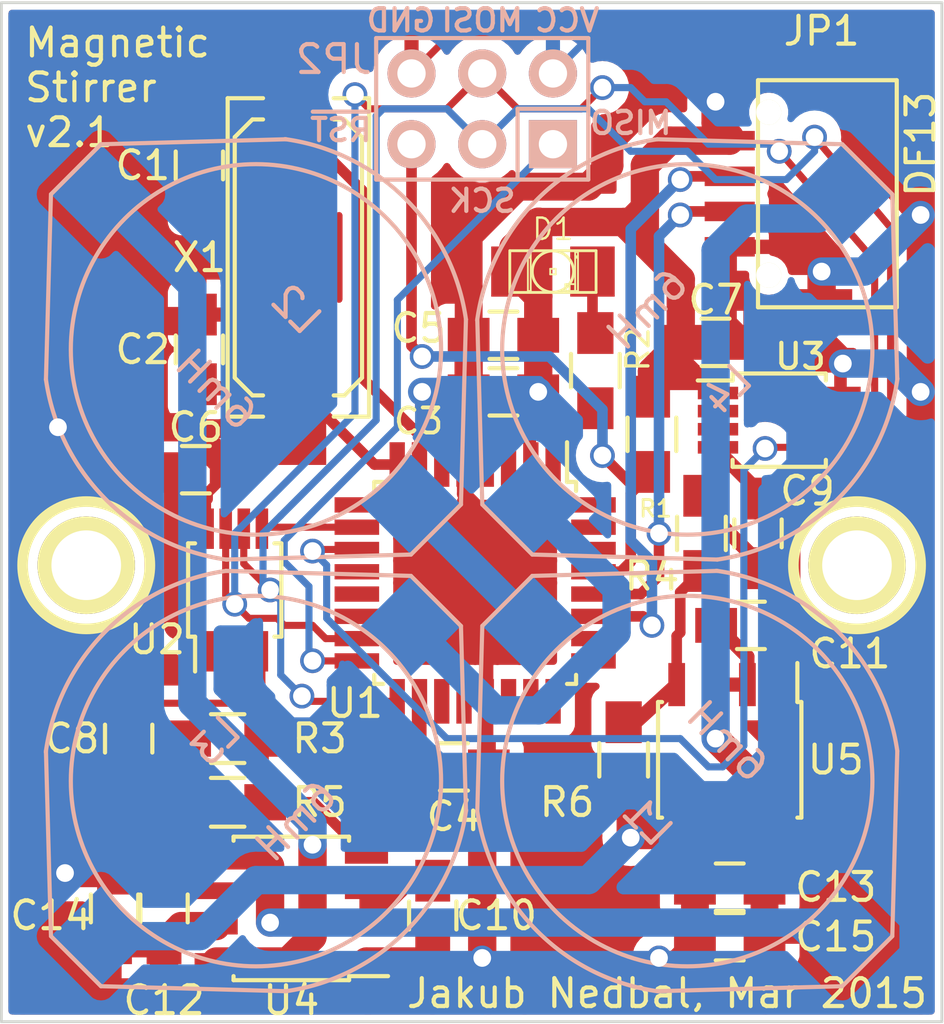
<source format=kicad_pcb>
(kicad_pcb (version 20221018) (generator pcbnew)
  (layers (0 "F.Cu" signal) (31 "B.Cu" signal) (34 "B.Paste" user) (35 "F.Paste" user) (36 "B.SilkS" user "B.Silkscreen") (37 "F.SilkS" user "F.Silkscreen") (38 "B.Mask" user) (39 "F.Mask" user) (44 "Edge.Cuts" user))
  (net 0 "")
  (net 1 "/MISO")
  (net 2 "/RESET")
  (net 3 "GND")
  (net 4 "VCC")
  (net 5 "Net-(C1-Pad1)")
  (net 6 "Net-(C2-Pad1)")
  (net 7 "Net-(D1-Pad2)")
  (net 8 "Net-(JP1-Pad2)")
  (net 9 "Net-(JP1-Pad3)")
  (net 10 "Net-(L1-Pad2)")
  (net 11 "Net-(L3-Pad2)")
  (net 12 "Net-(P1-Pad1)")
  (net 13 "Net-(P2-Pad1)")
  (net 14 "Net-(R2-Pad2)")
  (net 15 "Net-(U1-Pad1)")
  (net 16 "Net-(U2-Pad2)")
  (net 17 "Net-(U2-Pad3)")
  (net 18 "Net-(U3-Pad3)")
  (net 19 "Net-(U3-Pad2)")
  (net 20 "Net-(U1-Pad9)")
  (net 21 "Net-(U1-Pad12)")
  (net 22 "Net-(U1-Pad13)")
  (net 23 "Net-(U1-Pad14)")
  (net 24 "Net-(U1-Pad19)")
  (net 25 "Net-(U1-Pad20)")
  (net 26 "Net-(U1-Pad22)")
  (net 27 "Net-(U1-Pad23)")
  (net 28 "Net-(U1-Pad24)")
  (net 29 "Net-(U1-Pad25)")
  (net 30 "Net-(U1-Pad26)")
  (net 31 "Net-(U1-Pad30)")
  (net 32 "Net-(U1-Pad31)")
  (net 33 "Net-(U1-Pad32)")
  (net 34 "/powerModule_2_1/DACOUT1")
  (net 35 "/powerModule_2_1/AIN1")
  (net 36 "/powerModule_2_1/DACOUT2")
  (net 37 "/powerModule_2_1/AIN2")
  (net 38 "/powerModule_2_1/IN1+")
  (net 39 "/powerModule_2_1/IN2+")
  (net 40 "/powerModule_2_1/SCK")
  (net 41 "/powerModule_2_1/MOSI")
  (net 42 "/powerModule_2_1/L12_VO+")
  (net 43 "/powerModule_2_1/L12_VO-")
  (net 44 "/powerModule_2_1/L34_VO+")
  (net 45 "/powerModule_2_1/L34_VO-")
  (net 46 "/powerModule_2_1/IN1-")
  (net 47 "/powerModule_2_1/IN2-")
  (net 48 "/powerModule_2_1/~{CS_DAC1}")
  (net 49 "/powerModule_2_1/~{CS_DAC2}")
  (footprint "jakub:DF13-4P-1.25H" (layer "F.Cu") (at 106.68 69.85 -90)
    (fp_text reference "JP1")
    (fp_text value "DF13")
  )
  (footprint "Connect:1pin" (layer "F.Cu") (at 83.566 83.185)
    (fp_text reference "P2" hide)
    (fp_text value "CONN_1" hide)
  )
  (footprint "Housings_QFP:TQFP-32_7x7mm_Pitch0.8mm" (layer "F.Cu") (at 97.536 83.82 -90)
    (fp_text reference "U1")
    (fp_text value "ATMEGA328P" hide)
  )
  (footprint "Housings_SSOP:MSOP-8_3x3mm_Pitch0.65mm" (layer "F.Cu") (at 108.458 77.978)
    (fp_text reference "U3")
    (fp_text value "DAC101S101" hide)
  )
  (footprint "Housings_SOIC:SOIC-8_3.9x4.9mm_Pitch1.27mm" (layer "F.Cu") (at 106.68 90.17 -90)
    (fp_text reference "U5")
    (fp_text value "TPA301" hide)
  )
  (footprint "Capacitors_SMD:C_0805_HandSoldering" (layer "F.Cu") (at 87.63 68.834 -90)
    (fp_text reference "C1")
    (fp_text value "18p" hide)
  )
  (footprint "Capacitors_SMD:C_0805_HandSoldering" (layer "F.Cu") (at 87.63 75.438 90)
    (fp_text reference "C2")
    (fp_text value "18p" hide)
  )
  (footprint "Capacitors_SMD:C_0805_HandSoldering" (layer "F.Cu") (at 98.552 76.962 180)
    (fp_text reference "C3")
    (fp_text value "100n" hide)
  )
  (footprint "Capacitors_SMD:C_0805_HandSoldering" (layer "F.Cu") (at 96.774 90.424)
    (fp_text reference "C4")
    (fp_text value "100n" hide)
  )
  (footprint "Capacitors_SMD:C_0805_HandSoldering" (layer "F.Cu") (at 98.552 74.93 180)
    (fp_text reference "C5")
    (fp_text value "10u" hide)
  )
  (footprint "Capacitors_SMD:C_0805_HandSoldering" (layer "F.Cu") (at 87.503 79.756)
    (fp_text reference "C6")
    (fp_text value "100n" hide)
  )
  (footprint "Capacitors_SMD:C_0805_HandSoldering" (layer "F.Cu") (at 106.172 75.184)
    (fp_text reference "C7")
    (fp_text value "100n" hide)
  )
  (footprint "Capacitors_SMD:C_0805_HandSoldering" (layer "F.Cu") (at 85.09 89.408 -90)
    (fp_text reference "C8")
    (fp_text value "10u" hide)
  )
  (footprint "Capacitors_SMD:C_0805_HandSoldering" (layer "F.Cu") (at 107.696 82.042 -90)
    (fp_text reference "C9")
    (fp_text value "10u" hide)
  )
  (footprint "Capacitors_SMD:C_0805_HandSoldering" (layer "F.Cu") (at 96.012 95.758 -90)
    (fp_text reference "C10")
    (fp_text value "470n" hide)
  )
  (footprint "Capacitors_SMD:C_0805_HandSoldering" (layer "F.Cu") (at 107.442 85.344)
    (fp_text reference "C11")
    (fp_text value "470n" hide)
  )
  (footprint "Capacitors_SMD:C_0805_HandSoldering" (layer "F.Cu") (at 86.36 95.504 -90)
    (fp_text reference "C12")
    (fp_text value "100n" hide)
  )
  (footprint "Capacitors_SMD:C_0805_HandSoldering" (layer "F.Cu") (at 106.68 94.742)
    (fp_text reference "C13")
    (fp_text value "100n" hide)
  )
  (footprint "Capacitors_SMD:C_0805_HandSoldering" (layer "F.Cu") (at 84.582 95.504 -90)
    (fp_text reference "C14")
    (fp_text value "10u" hide)
  )
  (footprint "Capacitors_SMD:C_0805_HandSoldering" (layer "F.Cu") (at 106.68 96.52)
    (fp_text reference "C15")
    (fp_text value "10u" hide)
  )
  (footprint "LEDs:LED-1206" (layer "F.Cu") (at 100.33 72.644)
    (fp_text reference "D1")
    (fp_text value "LED 1206 yel" hide)
  )
  (footprint "Resistors_SMD:R_0805_HandSoldering" (layer "F.Cu") (at 103.886 78.486 -90)
    (fp_text reference "R1")
    (fp_text value "10k" hide)
  )
  (footprint "Resistors_SMD:R_0805_HandSoldering" (layer "F.Cu") (at 101.854 76.2 -90)
    (fp_text reference "R2")
    (fp_text value "470R" hide)
  )
  (footprint "Resistors_SMD:R_0805_HandSoldering" (layer "F.Cu") (at 88.646 89.408)
    (fp_text reference "R3")
    (fp_text value "33k" hide)
  )
  (footprint "Resistors_SMD:R_0805_HandSoldering" (layer "F.Cu") (at 105.664 82.042 -90)
    (fp_text reference "R4")
    (fp_text value "33k" hide)
  )
  (footprint "Resistors_SMD:R_0805_HandSoldering" (layer "F.Cu") (at 88.646 91.694 180)
    (fp_text reference "R5")
    (fp_text value "22k" hide)
  )
  (footprint "Resistors_SMD:R_0805_HandSoldering" (layer "F.Cu") (at 102.87 90.17 -90)
    (fp_text reference "R6")
    (fp_text value "22k" hide)
  )
  (footprint "Housings_SOIC:SOIC-8_3.9x4.9mm_Pitch1.27mm" (layer "F.Cu") (at 90.932 95.504 180)
    (fp_text reference "U4")
    (fp_text value "TPA301" hide)
  )
  (footprint "Housings_SSOP:MSOP-8_3x3mm_Pitch0.65mm" (layer "F.Cu") (at 88.9 84.074 90)
    (fp_text reference "U2")
    (fp_text value "DAC101S101" hide)
  )
  (footprint "Crystals_Oscillators_SMD:Q_49U3HMS" (layer "F.Cu") (at 91.186 72.136 -90)
    (fp_text reference "X1")
    (fp_text value "8.000MHz" hide)
  )
  (footprint "Connect:1pin" (layer "F.Cu") (at 111.252 83.185)
    (fp_text reference "P1" hide)
    (fp_text value "CONN_1" hide)
  )
  (footprint "jakub:6mH_coil" (layer "B.Cu") (at 105.156 75.438 -135)
    (fp_text reference "L4")
    (fp_text value "6mH")
  )
  (footprint "Pin_Headers:Pin_Header_Straight_2x03" (layer "B.Cu") (at 97.79 66.802 180)
    (fp_text reference "JP2")
    (fp_text value "CONN_3X2" hide)
  )
  (footprint "jakub:6mH_coil" (layer "B.Cu") (at 89.662 90.932 45)
    (fp_text reference "L3")
    (fp_text value "6mH")
  )
  (footprint "jakub:6mH_coil" (layer "B.Cu") (at 89.662 75.438 -45)
    (fp_text reference "L2")
    (fp_text value "6mH")
  )
  (footprint "jakub:6mH_coil" (layer "B.Cu") (at 105.156 90.932 135)
    (fp_text reference "L1")
    (fp_text value "6mH")
  )
  (gr_line (start 114.3 99.568) (end 80.518 99.568) (stroke (width 0.1)) (layer "Edge.Cuts"))
  (gr_line (start 80.518 62.992) (end 114.3 62.992) (stroke (width 0.1)) (layer "Edge.Cuts"))
  (gr_line (start 80.518 99.568) (end 80.518 62.992) (stroke (width 0.1)) (layer "Edge.Cuts"))
  (gr_line (start 114.3 62.992) (end 114.3 99.568) (stroke (width 0.1)) (layer "Edge.Cuts"))
  (gr_text "~{RST}" (at 92.71 67.564) (layer "B.SilkS") (effects (font (size 0.8 0.8)) (justify mirror)))
  (gr_text "VCC" (at 100.838 63.627) (layer "B.SilkS") (effects (font (size 0.8 0.8)) (justify mirror)))
  (gr_text "SCK" (at 97.79 70.104) (layer "B.SilkS") (effects (font (size 0.8 0.8)) (justify mirror)))
  (gr_text "MOSI" (at 97.79 63.627) (layer "B.SilkS") (effects (font (size 0.8 0.8)) (justify mirror)))
  (gr_text "MISO" (at 103.124 67.31) (layer "B.SilkS") (effects (font (size 0.8 0.8)) (justify mirror)))
  (gr_text "GND" (at 94.869 63.627) (layer "B.SilkS") (effects (font (size 0.8 0.8)) (justify mirror)))
  (gr_text "Jakub Nedbal, Mar 2015" (at 94.996 98.552) (layer "F.SilkS") (effects (font (size 1 1)) (justify left)))
  (gr_text "Magnetic\nStirrer\nv2.1" (at 81.28 66.04) (layer "F.SilkS") (effects (font (size 1 1)) (justify left)))
  (segment (start 92.704 86.62) (end 93.286 86.62) (width 0.254) (layer "F.Cu") (net 1))
  (segment (start 91.694 86.614) (end 91.7 86.62) (width 0.254) (layer "F.Cu") (net 1))
  (segment (start 91.7 86.62) (end 93.286 86.62) (width 0.254) (layer "F.Cu") (net 1))
  (via (at 91.694 86.614) (size 0.889) (drill 0.635) (layers "F.Cu" "B.Cu") (net 1))
  (segment (start 91.567 86.487) (end 91.694 86.614) (width 0.254) (layer "B.Cu") (net 1))
  (segment (start 90.678 82.296) (end 90.678 83.058) (width 0.254) (layer "B.Cu") (net 1))
  (segment (start 91.567 86.487) (end 91.567 83.947) (width 0.254) (layer "B.Cu") (net 1))
  (segment (start 91.567 86.487) (end 91.694 86.614) (width 0.254) (layer "B.Cu") (net 1))
  (segment (start 94.742 78.232) (end 91.313 81.661) (width 0.254) (layer "B.Cu") (net 1))
  (segment (start 94.742 73.66) (end 100.33 68.072) (width 0.254) (layer "B.Cu") (net 1))
  (segment (start 94.742 78.232) (end 94.742 73.66) (width 0.254) (layer "B.Cu") (net 1))
  (segment (start 90.678 83.058) (end 91.567 83.947) (width 0.254) (layer "B.Cu") (net 1))
  (segment (start 91.313 81.661) (end 90.678 82.296) (width 0.254) (layer "B.Cu") (net 1))
  (segment (start 102.762 83.42) (end 103.124 83.058) (width 0.381) (layer "F.Cu") (net 2))
  (segment (start 103.124 83.058) (end 103.124 80.598) (width 0.381) (layer "F.Cu") (net 2))
  (segment (start 103.124 80.598) (end 103.164 80.558) (width 0.381) (layer "F.Cu") (net 2))
  (segment (start 103.164 80.558) (end 103.886 79.836) (width 0.381) (layer "F.Cu") (net 2))
  (segment (start 103.164 80.304) (end 102.108 79.248) (width 0.381) (layer "F.Cu") (net 2))
  (segment (start 95.631 75.692) (end 95.25 75.311) (width 0.381) (layer "F.Cu") (net 2))
  (segment (start 95.25 75.311) (end 95.25 68.072) (width 0.381) (layer "F.Cu") (net 2))
  (segment (start 101.786 83.42) (end 102.762 83.42) (width 0.381) (layer "F.Cu") (net 2))
  (segment (start 103.164 80.558) (end 103.164 80.304) (width 0.381) (layer "F.Cu") (net 2))
  (via (at 95.631 75.692) (size 0.889) (drill 0.635) (layers "F.Cu" "B.Cu") (net 2))
  (via (at 102.108 79.248) (size 0.889) (drill 0.635) (layers "F.Cu" "B.Cu") (net 2))
  (segment (start 102.108 77.597) (end 100.203 75.692) (width 0.381) (layer "B.Cu") (net 2))
  (segment (start 100.203 75.692) (end 95.631 75.692) (width 0.381) (layer "B.Cu") (net 2))
  (segment (start 102.108 79.248) (end 102.108 77.597) (width 0.381) (layer "B.Cu") (net 2))
  (segment (start 86.36 96.754) (end 86.975 96.139) (width 0.508) (layer "F.Cu") (net 3))
  (segment (start 97.936 90.336) (end 98.024 90.424) (width 0.508) (layer "F.Cu") (net 3))
  (segment (start 107.315 94.127) (end 107.93 94.742) (width 0.508) (layer "F.Cu") (net 3))
  (segment (start 109.887 65.532) (end 109.98 65.625) (width 1.016) (layer "F.Cu") (net 3))
  (segment (start 110.073 65.532) (end 113.538 65.532) (width 1.016) (layer "F.Cu") (net 3))
  (segment (start 109.98 72.646) (end 109.982 72.644) (width 1.016) (layer "F.Cu") (net 3))
  (segment (start 113.538 70.612) (end 113.538 65.532) (width 1.016) (layer "F.Cu") (net 3))
  (segment (start 109.98 75.182) (end 110.744 75.946) (width 1.016) (layer "F.Cu") (net 3))
  (segment (start 110.744 76.917) (end 110.744 75.946) (width 0.254) (layer "F.Cu") (net 3))
  (segment (start 110.617 76.962) (end 109.728 76.962) (width 0.254) (layer "F.Cu") (net 3))
  (segment (start 109.093 71.755) (end 109.982 72.644) (width 0.508) (layer "F.Cu") (net 3))
  (segment (start 106.68 74.442) (end 107.422 75.184) (width 0.508) (layer "F.Cu") (net 3))
  (segment (start 109.2 76.962) (end 107.422 75.184) (width 0.254) (layer "F.Cu") (net 3))
  (segment (start 98.552 63.754) (end 102.362 63.754) (width 1.016) (layer "F.Cu") (net 3))
  (segment (start 97.536 81.026) (end 97.136 80.626) (width 0.508) (layer "F.Cu") (net 3))
  (segment (start 97.136 80.626) (end 97.136 79.57) (width 0.508) (layer "F.Cu") (net 3))
  (segment (start 98.736 80.588) (end 98.298 81.026) (width 0.508) (layer "F.Cu") (net 3))
  (segment (start 98.298 81.026) (end 97.536 81.026) (width 0.381) (layer "F.Cu") (net 3))
  (segment (start 97.136 77.128) (end 97.302 76.962) (width 0.381) (layer "F.Cu") (net 3))
  (segment (start 97.302 71.354) (end 97.536 71.12) (width 1) (layer "F.Cu") (net 3))
  (segment (start 97.536 71.12) (end 99.06 69.596) (width 1) (layer "F.Cu") (net 3))
  (segment (start 108.585 85.451) (end 108.692 85.344) (width 1.016) (layer "F.Cu") (net 3))
  (segment (start 107.95 96.54) (end 107.95 98.806) (width 1) (layer "F.Cu") (net 3))
  (segment (start 107.95 98.806) (end 99.314 98.806) (width 1.016) (layer "F.Cu") (net 3))
  (segment (start 98.044 98.806) (end 96.012 98.806) (width 1.016) (layer "F.Cu") (net 3))
  (segment (start 96.012 98.806) (end 93.726 98.806) (width 1.016) (layer "F.Cu") (net 3))
  (segment (start 95.611 97.409) (end 96.012 97.008) (width 1.016) (layer "F.Cu") (net 3))
  (segment (start 86.36 98.806) (end 86.36 98.552) (width 1.016) (layer "F.Cu") (net 3))
  (segment (start 86.36 98.552) (end 86.36 98.806) (width 1.016) (layer "F.Cu") (net 3))
  (segment (start 86.36 98.806) (end 81.28 98.806) (width 1.016) (layer "F.Cu") (net 3))
  (segment (start 86.975 96.139) (end 86.36 96.754) (width 1.016) (layer "F.Cu") (net 3))
  (segment (start 93.632 98.806) (end 93.726 98.712) (width 1.016) (layer "F.Cu") (net 3))
  (segment (start 93.726 98.712) (end 93.726 98.552) (width 1.016) (layer "F.Cu") (net 3))
  (segment (start 93.726 98.552) (end 93.726 98.806) (width 1.016) (layer "F.Cu") (net 3))
  (segment (start 93.726 98.806) (end 86.36 98.806) (width 1.016) (layer "F.Cu") (net 3))
  (segment (start 81.28 78.232) (end 81.28 80.772) (width 1.016) (layer "F.Cu") (net 3))
  (segment (start 87.925 80.584) (end 88.753 79.756) (width 0.381) (layer "F.Cu") (net 3))
  (segment (start 109.98 63.754) (end 109.982 63.756) (width 1.016) (layer "F.Cu") (net 3))
  (segment (start 109.982 63.756) (end 109.982 64.008) (width 1.016) (layer "F.Cu") (net 3))
  (segment (start 109.982 64.008) (end 109.982 63.754) (width 1.016) (layer "F.Cu") (net 3))
  (segment (start 109.982 63.754) (end 113.538 63.754) (width 1.016) (layer "F.Cu") (net 3))
  (segment (start 102.362 63.754) (end 103.632 63.754) (width 1.016) (layer "F.Cu") (net 3))
  (segment (start 99.314 91.714) (end 99.314 98.806) (width 1.016) (layer "F.Cu") (net 3))
  (segment (start 99.314 98.806) (end 98.044 98.806) (width 1.016) (layer "F.Cu") (net 3))
  (segment (start 111.486 88.138) (end 113.538 88.138) (width 1.016) (layer "F.Cu") (net 3))
  (segment (start 113.538 88.138) (end 113.538 98.806) (width 1.016) (layer "F.Cu") (net 3))
  (segment (start 81.28 76.2) (end 81.28 78.232) (width 1.016) (layer "F.Cu") (net 3))
  (segment (start 81.28 72.39) (end 81.28 74.422) (width 1.016) (layer "F.Cu") (net 3))
  (segment (start 81.28 74.93) (end 81.28 76.2) (width 1.016) (layer "F.Cu") (net 3))
  (segment (start 87.61 70.104) (end 81.28 70.104) (width 1.016) (layer "F.Cu") (net 3))
  (segment (start 81.28 70.104) (end 81.28 72.39) (width 1.016) (layer "F.Cu") (net 3))
  (segment (start 87.396 74.422) (end 81.28 74.422) (width 1.016) (layer "F.Cu") (net 3))
  (segment (start 81.28 74.422) (end 81.28 74.93) (width 1.016) (layer "F.Cu") (net 3))
  (segment (start 87.229 78.232) (end 84.582 78.232) (width 1.016) (layer "F.Cu") (net 3))
  (segment (start 84.582 78.232) (end 81.28 74.93) (width 1.016) (layer "F.Cu") (net 3))
  (segment (start 97.936 81.388) (end 98.298 81.026) (width 0.508) (layer "F.Cu") (net 3))
  (segment (start 95.25 63.754) (end 97.028 63.754) (width 1.016) (layer "F.Cu") (net 3))
  (segment (start 103.632 63.754) (end 109.982 63.754) (width 1.016) (layer "F.Cu") (net 3))
  (segment (start 103.632 66.548) (end 102.362 67.818) (width 1) (layer "F.Cu") (net 3))
  (segment (start 97.028 63.754) (end 98.552 63.754) (width 1.016) (layer "F.Cu") (net 3))
  (segment (start 102.362 68.841998) (end 101.607998 69.596) (width 1) (layer "F.Cu") (net 3))
  (segment (start 101.607998 69.596) (end 99.06 69.596) (width 1) (layer "F.Cu") (net 3))
  (segment (start 113.792 81.534) (end 113.792 84.582) (width 0.508) (layer "F.Cu") (net 3))
  (segment (start 113.792 84.582) (end 113.538 84.836) (width 0.508) (layer "F.Cu") (net 3))
  (segment (start 108.966 85.07) (end 108.966 81.788) (width 0.508) (layer "F.Cu") (net 3))
  (segment (start 108.966 81.788) (end 110.49 80.264) (width 0.508) (layer "F.Cu") (net 3))
  (segment (start 110.49 80.264) (end 113.538 80.264) (width 0.508) (layer "F.Cu") (net 3))
  (segment (start 113.538 80.264) (end 113.538 76.962) (width 1.016) (layer "F.Cu") (net 3))
  (segment (start 81.026 82.042) (end 81.026 84.328) (width 0.508) (layer "F.Cu") (net 3))
  (segment (start 81.026 84.328) (end 81.28 84.582) (width 0.508) (layer "F.Cu") (net 3))
  (segment (start 81.28 84.582) (end 81.28 98.806) (width 1.016) (layer "F.Cu") (net 3))
  (segment (start 81.28 80.772) (end 81.28 81.788) (width 1.016) (layer "F.Cu") (net 3))
  (segment (start 84.582 80.772) (end 85.852 82.042) (width 0.381) (layer "F.Cu") (net 3))
  (segment (start 85.852 82.042) (end 85.852 84.328) (width 0.381) (layer "F.Cu") (net 3))
  (segment (start 85.852 84.328) (end 84.328 85.852) (width 0.381) (layer "F.Cu") (net 3))
  (segment (start 97.936 88.07) (end 97.936 90.336) (width 0.508) (layer "F.Cu") (net 3))
  (segment (start 109.98 65.625) (end 110.073 65.532) (width 1.016) (layer "F.Cu") (net 3))
  (segment (start 113.538 81.28) (end 113.792 81.534) (width 0.508) (layer "F.Cu") (net 3))
  (segment (start 97.302 74.93) (end 97.302 71.354) (width 1) (layer "F.Cu") (net 3))
  (segment (start 81.28 81.788) (end 81.026 82.042) (width 0.508) (layer "F.Cu") (net 3))
  (segment (start 109.98 65.625) (end 109.98 63.754) (width 1.016) (layer "F.Cu") (net 3))
  (segment (start 107.93 96.52) (end 107.95 96.54) (width 1) (layer "F.Cu") (net 3))
  (segment (start 96.012 97.008) (end 96.012 98.806) (width 1.016) (layer "F.Cu") (net 3))
  (segment (start 84.582 96.754) (end 86.36 96.754) (width 1.016) (layer "F.Cu") (net 3))
  (segment (start 107.315 92.87) (end 107.315 94.127) (width 0.508) (layer "F.Cu") (net 3))
  (segment (start 109.728 76.962) (end 109.2 76.962) (width 0.254) (layer "F.Cu") (net 3))
  (segment (start 109.98 74.075) (end 109.98 75.182) (width 1.016) (layer "F.Cu") (net 3))
  (segment (start 113.538 88.138) (end 113.538 84.836) (width 1.016) (layer "F.Cu") (net 3))
  (segment (start 87.63 70.084) (end 87.61 70.104) (width 1.016) (layer "F.Cu") (net 3))
  (segment (start 93.632 97.409) (end 95.611 97.409) (width 1.016) (layer "F.Cu") (net 3))
  (segment (start 107.93 96.52) (end 107.93 94.742) (width 1) (layer "F.Cu") (net 3))
  (segment (start 106.68 71.755) (end 109.093 71.755) (width 0.508) (layer "F.Cu") (net 3))
  (segment (start 93.632 97.409) (end 93.632 98.806) (width 1.016) (layer "F.Cu") (net 3))
  (segment (start 102.362 67.818) (end 102.362 68.841998) (width 1) (layer "F.Cu") (net 3))
  (segment (start 81.28 63.754) (end 81.28 70.104) (width 1.016) (layer "F.Cu") (net 3))
  (segment (start 86.36 96.754) (end 86.36 98.806) (width 1.016) (layer "F.Cu") (net 3))
  (segment (start 95.25 65.532) (end 97.028 63.754) (width 0.254) (layer "F.Cu") (net 3))
  (segment (start 97.936 88.07) (end 97.936 81.388) (width 0.508) (layer "F.Cu") (net 3))
  (segment (start 110.658 77.003) (end 110.744 76.917) (width 0.254) (layer "F.Cu") (net 3))
  (segment (start 108.692 85.344) (end 108.966 85.07) (width 0.508) (layer "F.Cu") (net 3))
  (segment (start 103.632 66.548) (end 103.632 63.754) (width 1) (layer "F.Cu") (net 3))
  (segment (start 87.925 81.874) (end 87.925 80.813) (width 0.254) (layer "F.Cu") (net 3))
  (segment (start 113.538 70.612) (end 113.538 76.962) (width 1) (layer "F.Cu") (net 3))
  (segment (start 81.28 80.772) (end 84.582 80.772) (width 0.381) (layer "F.Cu") (net 3))
  (segment (start 98.736 79.57) (end 98.736 80.588) (width 0.508) (layer "F.Cu") (net 3))
  (segment (start 97.136 79.57) (end 97.136 77.128) (width 0.508) (layer "F.Cu") (net 3))
  (segment (start 88.753 79.756) (end 87.229 78.232) (width 1.016) (layer "F.Cu") (net 3))
  (segment (start 113.538 98.806) (end 107.95 98.806) (width 1.016) (layer "F.Cu") (net 3))
  (segment (start 108.692 85.344) (end 111.486 88.138) (width 1.016) (layer "F.Cu") (net 3))
  (segment (start 113.538 81.28) (end 113.538 80.264) (width 1.016) (layer "F.Cu") (net 3))
  (segment (start 81.28 63.754) (end 95.25 63.754) (width 1.016) (layer "F.Cu") (net 3))
  (segment (start 87.63 74.188) (end 87.396 74.422) (width 1.016) (layer "F.Cu") (net 3))
  (segment (start 97.302 74.93) (end 97.302 76.962) (width 1.016) (layer "F.Cu") (net 3))
  (segment (start 108.585 87.47) (end 108.585 85.451) (width 1.016) (layer "F.Cu") (net 3))
  (segment (start 87.925 80.813) (end 87.925 80.584) (width 0.381) (layer "F.Cu") (net 3))
  (segment (start 113.538 63.754) (end 113.538 70.612) (width 1.016) (layer "F.Cu") (net 3))
  (segment (start 110.658 77.003) (end 110.617 76.962) (width 0.254) (layer "F.Cu") (net 3))
  (segment (start 109.98 74.075) (end 109.98 72.646) (width 1.016) (layer "F.Cu") (net 3))
  (segment (start 98.024 90.424) (end 99.314 91.714) (width 1.016) (layer "F.Cu") (net 3))
  (segment (start 88.232 96.139) (end 86.975 96.139) (width 1.016) (layer "F.Cu") (net 3))
  (segment (start 106.68 71.755) (end 106.68 74.442) (width 0.508) (layer "F.Cu") (net 3))
  (via (at 110.744 75.946) (size 0.889) (drill 0.635) (layers "F.Cu" "B.Cu") (net 3))
  (via (at 109.982 72.644) (size 0.889) (drill 0.635) (layers "F.Cu" "B.Cu") (net 3))
  (via (at 113.538 76.962) (size 0.889) (drill 0.635) (layers "F.Cu" "B.Cu") (net 3))
  (via (at 113.538 70.612) (size 0.889) (drill 0.635) (layers "F.Cu" "B.Cu") (net 3))
  (segment (start 109.982 72.644) (end 111.506 72.644) (width 1.016) (layer "B.Cu") (net 3))
  (segment (start 111.506 72.644) (end 113.538 70.612) (width 1.016) (layer "B.Cu") (net 3))
  (segment (start 110.744 75.946) (end 112.522 75.946) (width 1.016) (layer "B.Cu") (net 3))
  (segment (start 112.522 75.946) (end 113.538 76.962) (width 1.016) (layer "B.Cu") (net 3))
  (segment (start 98.786 72.76814) (end 98.91014 72.644) (width 0.381) (layer "F.Cu") (net 4))
  (segment (start 86.36 94.254) (end 86.975 94.869) (width 0.508) (layer "F.Cu") (net 4))
  (segment (start 86.975 94.869) (end 88.232 94.869) (width 0.508) (layer "F.Cu") (net 4))
  (segment (start 95.536 90.412) (end 95.524 90.424) (width 0.508) (layer "F.Cu") (net 4))
  (segment (start 106.213 77.003) (end 105.918 76.708) (width 0.254) (layer "F.Cu") (net 4))
  (segment (start 104.922 75.712) (end 105.41 76.2) (width 0.508) (layer "F.Cu") (net 4))
  (segment (start 105.8545 76.6445) (end 105.918 76.708) (width 0.508) (layer "F.Cu") (net 4))
  (segment (start 104.3775 76.6445) (end 103.886 77.136) (width 0.508) (layer "F.Cu") (net 4))
  (segment (start 106.045 94.127) (end 105.43 94.742) (width 0.508) (layer "F.Cu") (net 4))
  (segment (start 104.521 67.945) (end 103.632 68.834) (width 1.016) (layer "F.Cu") (net 4))
  (segment (start 103.632 68.834) (end 103.632 70.358) (width 1.016) (layer "F.Cu") (net 4))
  (segment (start 103.632 71.628) (end 104.922 72.918) (width 1.016) (layer "F.Cu") (net 4))
  (segment (start 104.922 72.918) (end 104.922 75.184) (width 1.016) (layer "F.Cu") (net 4))
  (segment (start 103.886 76.22) (end 104.14 75.966) (width 1.016) (layer "F.Cu") (net 4))
  (segment (start 98.91014 71.77786) (end 99.822 70.866) (width 1.016) (layer "F.Cu") (net 4))
  (segment (start 99.822 70.866) (end 102.87 70.866) (width 1.016) (layer "F.Cu") (net 4))
  (segment (start 102.87 70.866) (end 103.632 71.628) (width 1.016) (layer "F.Cu") (net 4))
  (segment (start 103.124 70.866) (end 103.632 70.358) (width 1.016) (layer "F.Cu") (net 4))
  (segment (start 103.632 70.358) (end 103.632 71.628) (width 1.016) (layer "F.Cu") (net 4))
  (segment (start 96.336 78.302) (end 95.631002 77.597002) (width 0.508) (layer "F.Cu") (net 4))
  (segment (start 95.631002 77.597002) (end 95.631002 76.962) (width 0.508) (layer "F.Cu") (net 4))
  (segment (start 97.936 78.594) (end 99.568 76.962) (width 0.381) (layer "F.Cu") (net 4))
  (segment (start 99.568 76.962) (end 99.802 76.962) (width 0.381) (layer "F.Cu") (net 4))
  (segment (start 99.802 73.53586) (end 99.802 74.93) (width 1.016) (layer "F.Cu") (net 4))
  (segment (start 99.802 70.858002) (end 99.822 70.858002) (width 1.016) (layer "F.Cu") (net 4))
  (segment (start 99.822 70.858002) (end 99.822 70.866) (width 1.016) (layer "F.Cu") (net 4))
  (segment (start 99.822 70.866) (end 99.822 70.866) (width 1.016) (layer "F.Cu") (net 4))
  (segment (start 106.172 67.31) (end 106.68 67.818) (width 1.016) (layer "F.Cu") (net 4))
  (segment (start 106.172 67.31) (end 106.172 66.548) (width 1.016) (layer "F.Cu") (net 4))
  (segment (start 104.14 97.282) (end 104.668 97.282) (width 0.508) (layer "F.Cu") (net 4))
  (segment (start 104.668 97.282) (end 105.43 96.52) (width 0.508) (layer "F.Cu") (net 4))
  (segment (start 97.79 92.69) (end 97.79 97.282) (width 1.016) (layer "F.Cu") (net 4))
  (segment (start 82.804 94.234) (end 84.562 94.234) (width 1.016) (layer "F.Cu") (net 4))
  (segment (start 86.868 80.371) (end 86.868 85.344) (width 1.016) (layer "F.Cu") (net 4))
  (segment (start 87.63 86.106) (end 87.757 86.106) (width 0.254) (layer "F.Cu") (net 4))
  (segment (start 84.074002 79.756) (end 82.550002 78.232) (width 1.016) (layer "F.Cu") (net 4))
  (segment (start 105.41 76.2) (end 105.8545 76.6445) (width 0.508) (layer "F.Cu") (net 4))
  (segment (start 103.906 76.2) (end 104.14 76.2) (width 0.508) (layer "F.Cu") (net 4))
  (segment (start 104.14 76.2) (end 104.14 75.966) (width 0.508) (layer "F.Cu") (net 4))
  (segment (start 104.14 75.966) (end 104.922 75.184) (width 1.016) (layer "F.Cu") (net 4))
  (segment (start 106.68 67.945) (end 104.521 67.945) (width 1.016) (layer "F.Cu") (net 4))
  (segment (start 98.91014 72.644) (end 98.91014 71.77786) (width 1.016) (layer "F.Cu") (net 4))
  (segment (start 106.045 92.87) (end 106.045 94.127) (width 0.508) (layer "F.Cu") (net 4))
  (segment (start 84.074002 79.756) (end 86.253 79.756) (width 1.016) (layer "F.Cu") (net 4))
  (segment (start 106.258 77.003) (end 106.213 77.003) (width 0.254) (layer "F.Cu") (net 4))
  (segment (start 105.8545 76.6445) (end 104.3775 76.6445) (width 0.508) (layer "F.Cu") (net 4))
  (segment (start 95.524 90.424) (end 97.79 92.69) (width 1.016) (layer "F.Cu") (net 4))
  (segment (start 84.582 94.254) (end 84.562 94.234) (width 1.016) (layer "F.Cu") (net 4))
  (segment (start 98.91014 72.644) (end 99.802 73.53586) (width 1.016) (layer "F.Cu") (net 4))
  (segment (start 96.336 79.57) (end 96.336 78.302) (width 0.508) (layer "F.Cu") (net 4))
  (segment (start 105.43 96.52) (end 105.43 94.742) (width 1) (layer "F.Cu") (net 4))
  (segment (start 97.936 79.57) (end 97.936 78.594) (width 0.508) (layer "F.Cu") (net 4))
  (segment (start 104.922 75.184) (end 104.922 75.712) (width 0.508) (layer "F.Cu") (net 4))
  (segment (start 99.802 76.962) (end 99.802 74.93) (width 1.016) (layer "F.Cu") (net 4))
  (segment (start 95.536 88.07) (end 95.536 90.412) (width 0.508) (layer "F.Cu") (net 4))
  (segment (start 102.87 70.866) (end 103.124 70.866) (width 1.016) (layer "F.Cu") (net 4))
  (segment (start 86.253 79.756) (end 86.868 80.371) (width 1.016) (layer "F.Cu") (net 4))
  (segment (start 103.886 77.136) (end 103.886 76.22) (width 1.016) (layer "F.Cu") (net 4))
  (segment (start 105.41 76.2) (end 103.906 76.2) (width 0.508) (layer "F.Cu") (net 4))
  (segment (start 87.925 86.274) (end 87.757 86.106) (width 0.254) (layer "F.Cu") (net 4))
  (segment (start 87.63 86.106) (end 86.868 85.344) (width 0.508) (layer "F.Cu") (net 4))
  (segment (start 106.68 67.945) (end 106.68 67.818) (width 1.016) (layer "F.Cu") (net 4))
  (segment (start 84.582 94.254) (end 86.36 94.254) (width 1.016) (layer "F.Cu") (net 4))
  (segment (start 99.802 73.53586) (end 99.802 70.858002) (width 1.016) (layer "F.Cu") (net 4))
  (via (at 104.14 97.282) (size 0.889) (drill 0.635) (layers "F.Cu" "B.Cu") (net 4))
  (via (at 97.79 97.282) (size 0.889) (drill 0.635) (layers "F.Cu" "B.Cu") (net 4))
  (via (at 82.550002 78.232) (size 0.889) (drill 0.635) (layers "F.Cu" "B.Cu") (net 4))
  (via (at 95.631002 76.962) (size 0.889) (drill 0.635) (layers "F.Cu" "B.Cu") (net 4))
  (via (at 99.802 76.962) (size 0.889) (drill 0.635) (layers "F.Cu" "B.Cu") (net 4))
  (via (at 82.804 94.234) (size 0.889) (drill 0.635) (layers "F.Cu" "B.Cu") (net 4))
  (via (at 106.172 66.548) (size 0.889) (drill 0.635) (layers "F.Cu" "B.Cu") (net 4))
  (segment (start 95.631002 76.962) (end 99.802 76.962) (width 1.016) (layer "B.Cu") (net 4))
  (segment (start 97.282 63.5) (end 102.362 63.5) (width 0.508) (layer "B.Cu") (net 4))
  (segment (start 106.172 63.5) (end 106.172 66.548) (width 0.508) (layer "B.Cu") (net 4))
  (segment (start 81.026 63.5) (end 81.026 78.232) (width 0.508) (layer "B.Cu") (net 4))
  (segment (start 81.026 99.06) (end 97.79 99.06) (width 0.508) (layer "B.Cu") (net 4))
  (segment (start 113.792 99.06) (end 113.792 78.232) (width 0.508) (layer "B.Cu") (net 4))
  (segment (start 104.14 99.06) (end 110.998 99.06) (width 0.508) (layer "B.Cu") (net 4))
  (segment (start 97.79 99.06) (end 104.14 99.06) (width 0.508) (layer "B.Cu") (net 4))
  (segment (start 81.026 94.234) (end 81.026 99.06) (width 0.508) (layer "B.Cu") (net 4))
  (segment (start 81.026 84.582) (end 81.026 94.234) (width 0.508) (layer "B.Cu") (net 4))
  (segment (start 81.026 78.232) (end 81.026 84.582) (width 0.508) (layer "B.Cu") (net 4))
  (segment (start 102.362 63.5) (end 106.172 63.5) (width 0.508) (layer "B.Cu") (net 4))
  (segment (start 113.03 78.232) (end 112.014 77.216) (width 0.508) (layer "B.Cu") (net 4))
  (segment (start 112.014 77.216) (end 110.236 77.216) (width 0.508) (layer "B.Cu") (net 4))
  (segment (start 110.236 77.216) (end 109.474 76.454) (width 0.508) (layer "B.Cu") (net 4))
  (segment (start 109.474 76.454) (end 109.474 75.692) (width 0.508) (layer "B.Cu") (net 4))
  (segment (start 109.474 75.692) (end 110.49 74.676) (width 0.508) (layer "B.Cu") (net 4))
  (segment (start 110.49 74.676) (end 112.776 74.676) (width 0.508) (layer "B.Cu") (net 4))
  (segment (start 112.776 74.676) (end 113.792 75.692) (width 0.508) (layer "B.Cu") (net 4))
  (segment (start 113.792 75.692) (end 113.792 71.882) (width 0.508) (layer "B.Cu") (net 4))
  (segment (start 113.792 71.882) (end 111.76 73.914) (width 0.508) (layer "B.Cu") (net 4))
  (segment (start 111.76 73.914) (end 109.728 73.914) (width 0.508) (layer "B.Cu") (net 4))
  (segment (start 109.728 73.914) (end 109.474 73.66) (width 0.508) (layer "B.Cu") (net 4))
  (segment (start 109.474 73.66) (end 108.712 73.66) (width 0.508) (layer "B.Cu") (net 4))
  (segment (start 108.712 73.66) (end 108.458 73.914) (width 0.508) (layer "B.Cu") (net 4))
  (segment (start 108.458 73.914) (end 107.442 73.914) (width 0.508) (layer "B.Cu") (net 4))
  (segment (start 107.442 73.914) (end 107.442 77.978) (width 0.508) (layer "B.Cu") (net 4))
  (segment (start 107.696 77.724) (end 108.458 77.724) (width 0.508) (layer "B.Cu") (net 4))
  (segment (start 108.458 77.724) (end 108.966 78.232) (width 0.508) (layer "B.Cu") (net 4))
  (segment (start 108.966 78.232) (end 108.966 79.502) (width 0.508) (layer "B.Cu") (net 4))
  (segment (start 108.966 79.502) (end 107.95 80.518) (width 0.508) (layer "B.Cu") (net 4))
  (segment (start 107.95 80.518) (end 107.95 89.916) (width 0.508) (layer "B.Cu") (net 4))
  (segment (start 107.95 89.916) (end 106.68 91.186) (width 0.508) (layer "B.Cu") (net 4))
  (segment (start 106.68 91.186) (end 105.664 91.186) (width 0.508) (layer "B.Cu") (net 4))
  (segment (start 105.664 91.186) (end 104.648 90.17) (width 0.508) (layer "B.Cu") (net 4))
  (segment (start 104.648 90.17) (end 96.266 90.17) (width 0.508) (layer "B.Cu") (net 4))
  (segment (start 96.266 90.17) (end 92.964 86.868) (width 0.508) (layer "B.Cu") (net 4))
  (segment (start 92.964 86.868) (end 92.456 87.376) (width 0.508) (layer "B.Cu") (net 4))
  (segment (start 92.456 87.376) (end 92.456 88.138) (width 0.508) (layer "B.Cu") (net 4))
  (segment (start 92.456 88.138) (end 91.694 88.9) (width 0.508) (layer "B.Cu") (net 4))
  (segment (start 91.694 88.9) (end 90.932 88.9) (width 0.508) (layer "B.Cu") (net 4))
  (segment (start 90.932 88.9) (end 89.662 87.63) (width 0.508) (layer "B.Cu") (net 4))
  (segment (start 89.662 87.63) (end 89.662 85.344) (width 0.508) (layer "B.Cu") (net 4))
  (segment (start 89.662 85.344) (end 89.408 85.598) (width 0.508) (layer "B.Cu") (net 4))
  (segment (start 89.408 85.598) (end 88.392002 85.598) (width 0.508) (layer "B.Cu") (net 4))
  (segment (start 88.392002 85.598) (end 88.392002 87.630002) (width 0.508) (layer "B.Cu") (net 4))
  (segment (start 88.392002 87.630002) (end 92.964 92.202) (width 0.508) (layer "B.Cu") (net 4))
  (segment (start 92.964 92.202) (end 92.964 93.218) (width 0.508) (layer "B.Cu") (net 4))
  (segment (start 101.346 93.218) (end 102.87 91.694) (width 0.508) (layer "B.Cu") (net 4))
  (segment (start 102.87 91.694) (end 103.378 91.694) (width 0.508) (layer "B.Cu") (net 4))
  (segment (start 103.378 91.694) (end 104.394 92.71) (width 0.508) (layer "B.Cu") (net 4))
  (segment (start 104.394 92.71) (end 104.394 93.218) (width 0.508) (layer "B.Cu") (net 4))
  (segment (start 104.394 93.218) (end 102.87 94.742) (width 0.508) (layer "B.Cu") (net 4))
  (segment (start 109.728 94.742) (end 110.49 93.98) (width 0.508) (layer "B.Cu") (net 4))
  (segment (start 110.49 93.98) (end 110.998 93.98) (width 0.508) (layer "B.Cu") (net 4))
  (segment (start 113.03 96.012) (end 113.03 97.028) (width 0.508) (layer "B.Cu") (net 4))
  (segment (start 113.03 97.028) (end 110.998 99.06) (width 0.508) (layer "B.Cu") (net 4))
  (segment (start 110.998 99.06) (end 113.792 99.06) (width 0.508) (layer "B.Cu") (net 4))
  (segment (start 113.792 78.232) (end 113.03 78.232) (width 0.508) (layer "B.Cu") (net 4))
  (segment (start 100.33 65.532) (end 102.362 63.5) (width 0.254) (layer "B.Cu") (net 4))
  (segment (start 107.442 77.978) (end 107.696 77.724) (width 0.508) (layer "B.Cu") (net 4))
  (segment (start 113.792 63.5) (end 106.172 63.5) (width 0.508) (layer "B.Cu") (net 4))
  (segment (start 81.026 78.232) (end 82.550002 78.232) (width 0.508) (layer "B.Cu") (net 4))
  (segment (start 102.87 94.742) (end 109.728 94.742) (width 0.508) (layer "B.Cu") (net 4))
  (segment (start 92.964 93.218) (end 101.346 93.218) (width 0.508) (layer "B.Cu") (net 4))
  (segment (start 104.14 99.06) (end 104.14 97.282) (width 0.508) (layer "B.Cu") (net 4))
  (segment (start 97.282 63.5) (end 81.026 63.5) (width 0.508) (layer "B.Cu") (net 4))
  (segment (start 110.998 93.98) (end 113.03 96.012) (width 0.508) (layer "B.Cu") (net 4))
  (segment (start 81.026 94.234) (end 82.804 94.234) (width 0.508) (layer "B.Cu") (net 4))
  (segment (start 113.792 69.342) (end 113.792 63.5) (width 0.508) (layer "B.Cu") (net 4))
  (segment (start 97.79 97.282) (end 97.79 99.06) (width 0.508) (layer "B.Cu") (net 4))
  (segment (start 95.536 78.518) (end 93.472 76.454) (width 0.381) (layer "F.Cu") (net 5))
  (segment (start 93.472 76.454) (end 93.472 69.723) (width 0.381) (layer "F.Cu") (net 5))
  (segment (start 93.472 69.723) (end 91.186 67.437) (width 0.381) (layer "F.Cu") (net 5))
  (segment (start 87.777 67.437) (end 87.63 67.584) (width 0.381) (layer "F.Cu") (net 5))
  (segment (start 87.777 67.437) (end 87.63 67.584) (width 0.508) (layer "F.Cu") (net 5))
  (segment (start 91.186 67.437) (end 87.777 67.437) (width 0.508) (layer "F.Cu") (net 5))
  (segment (start 95.536 79.57) (end 95.536 78.518) (width 0.381) (layer "F.Cu") (net 5))
  (segment (start 93.921 79.57) (end 91.186 76.835) (width 0.381) (layer "F.Cu") (net 6))
  (segment (start 87.777 76.835) (end 87.63 76.688) (width 0.508) (layer "F.Cu") (net 6))
  (segment (start 91.186 76.835) (end 87.777 76.835) (width 0.508) (layer "F.Cu") (net 6))
  (segment (start 94.736 79.57) (end 93.921 79.57) (width 0.381) (layer "F.Cu") (net 6))
  (segment (start 101.74986 74.74586) (end 101.854 74.85) (width 0.381) (layer "F.Cu") (net 7))
  (segment (start 101.74986 72.644) (end 101.74986 74.74586) (width 0.381) (layer "F.Cu") (net 7))
  (segment (start 103.562 85.02) (end 103.886 85.344) (width 0.381) (layer "F.Cu") (net 8))
  (segment (start 104.902 69.342) (end 105.019 69.225) (width 0.381) (layer "F.Cu") (net 8))
  (segment (start 105.019 69.225) (end 106.68 69.225) (width 0.381) (layer "F.Cu") (net 8))
  (segment (start 101.786 85.02) (end 103.562 85.02) (width 0.381) (layer "F.Cu") (net 8))
  (via (at 104.902 69.342) (size 0.889) (drill 0.635) (layers "F.Cu" "B.Cu") (net 8))
  (via (at 103.886 85.344) (size 0.889) (drill 0.635) (layers "F.Cu" "B.Cu") (net 8))
  (segment (start 103.886 85.344) (end 103.886 83.058) (width 0.381) (layer "B.Cu") (net 8))
  (segment (start 103.886 83.058) (end 103.124 82.296) (width 0.381) (layer "B.Cu") (net 8))
  (segment (start 103.124 82.296) (end 103.124 81.660998) (width 0.381) (layer "B.Cu") (net 8))
  (segment (start 103.124 81.660998) (end 103.124 71.12) (width 0.381) (layer "B.Cu") (net 8))
  (segment (start 103.124 71.12) (end 104.902 69.342) (width 0.381) (layer "B.Cu") (net 8))
  (segment (start 103.486 84.22) (end 104.14 83.566) (width 0.381) (layer "F.Cu") (net 9))
  (segment (start 104.14 83.566) (end 104.14 82.042) (width 0.381) (layer "F.Cu") (net 9))
  (segment (start 104.902 70.612) (end 105.029 70.485) (width 0.381) (layer "F.Cu") (net 9))
  (segment (start 105.029 70.485) (end 106.68 70.485) (width 0.381) (layer "F.Cu") (net 9))
  (segment (start 101.786 84.22) (end 103.486 84.22) (width 0.381) (layer "F.Cu") (net 9))
  (via (at 104.902 70.612) (size 0.889) (drill 0.635) (layers "F.Cu" "B.Cu") (net 9))
  (via (at 104.14 82.042) (size 0.889) (drill 0.635) (layers "F.Cu" "B.Cu") (net 9))
  (segment (start 104.14 82.042) (end 104.14 71.374) (width 0.381) (layer "B.Cu") (net 9))
  (segment (start 104.14 71.374) (end 104.902 70.612) (width 0.381) (layer "B.Cu") (net 9))
  (segment (start 95.229759 81.005759) (end 99.588241 85.364241) (width 1.016) (layer "B.Cu") (net 10))
  (segment (start 98.257518 88.392) (end 99.822 88.392) (width 1.016) (layer "B.Cu") (net 11))
  (segment (start 99.822 88.392) (end 102.616 85.598) (width 1.016) (layer "B.Cu") (net 11))
  (segment (start 102.616 85.598) (end 102.616 84.033518) (width 1.016) (layer "B.Cu") (net 11))
  (segment (start 102.616 84.033518) (end 99.588241 81.005759) (width 1.016) (layer "B.Cu") (net 11))
  (segment (start 95.229759 85.364241) (end 98.257518 88.392) (width 1.016) (layer "B.Cu") (net 11))
  (segment (start 99.536 78.518) (end 99.536 79.57) (width 0.381) (layer "F.Cu") (net 14))
  (segment (start 99.822 78.232) (end 99.536 78.518) (width 0.381) (layer "F.Cu") (net 14))
  (segment (start 101.172 78.232) (end 101.854 77.55) (width 0.381) (layer "F.Cu") (net 14))
  (segment (start 99.822 78.232) (end 101.172 78.232) (width 0.381) (layer "F.Cu") (net 14))
  (segment (start 89.875 87.417) (end 89.154 88.138) (width 0.254) (layer "F.Cu") (net 34))
  (segment (start 89.154 88.138) (end 85.11 88.138) (width 0.254) (layer "F.Cu") (net 34))
  (segment (start 85.11 88.138) (end 85.09 88.158) (width 0.254) (layer "F.Cu") (net 34))
  (segment (start 89.875 86.274) (end 89.875 87.417) (width 0.254) (layer "F.Cu") (net 34))
  (segment (start 86.34 89.408) (end 85.09 90.658) (width 0.254) (layer "F.Cu") (net 35))
  (segment (start 87.296 89.408) (end 86.34 89.408) (width 0.254) (layer "F.Cu") (net 35))
  (segment (start 106.426 79.248) (end 106.258 79.08) (width 0.254) (layer "F.Cu") (net 36))
  (segment (start 107.696 80.518) (end 107.696 80.792) (width 0.508) (layer "F.Cu") (net 36))
  (segment (start 107.696 80.518) (end 106.426 79.248) (width 0.508) (layer "F.Cu") (net 36))
  (segment (start 106.258 78.953) (end 106.258 79.08) (width 0.254) (layer "F.Cu") (net 36))
  (segment (start 106.258 78.953) (end 106.299 78.994) (width 0.254) (layer "F.Cu") (net 36))
  (segment (start 105.664 81.026) (end 107.696 83.058) (width 0.508) (layer "F.Cu") (net 37))
  (segment (start 107.696 83.058) (end 107.696 83.292) (width 0.508) (layer "F.Cu") (net 37))
  (segment (start 105.664 80.692) (end 105.731 80.625) (width 0.508) (layer "F.Cu") (net 37))
  (segment (start 105.664 80.692) (end 105.664 81.026) (width 0.508) (layer "F.Cu") (net 37))
  (segment (start 95.23 94.508) (end 94.869 94.869) (width 0.508) (layer "F.Cu") (net 38))
  (segment (start 94.869 94.869) (end 93.632 94.869) (width 0.508) (layer "F.Cu") (net 38))
  (segment (start 93.632 96.106) (end 94.234 95.504) (width 0.508) (layer "F.Cu") (net 38))
  (segment (start 93.632 94.902) (end 94.234 95.504) (width 0.508) (layer "F.Cu") (net 38))
  (segment (start 94.234 95.504) (end 94.869 94.869) (width 0.508) (layer "F.Cu") (net 38))
  (segment (start 93.632 96.139) (end 93.632 94.869) (width 0.508) (layer "F.Cu") (net 38))
  (segment (start 96.012 94.508) (end 95.23 94.508) (width 0.508) (layer "F.Cu") (net 38))
  (segment (start 93.632 96.139) (end 93.632 96.106) (width 0.508) (layer "F.Cu") (net 38))
  (segment (start 93.632 94.869) (end 93.632 94.902) (width 0.508) (layer "F.Cu") (net 38))
  (segment (start 107.315 86.467) (end 106.192 85.344) (width 0.508) (layer "F.Cu") (net 39))
  (segment (start 106.045 85.491) (end 106.192 85.344) (width 0.508) (layer "F.Cu") (net 39))
  (segment (start 106.045 87.47) (end 106.045 85.491) (width 0.508) (layer "F.Cu") (net 39))
  (segment (start 106.045 87.47) (end 106.045 87.015) (width 0.508) (layer "F.Cu") (net 39))
  (segment (start 107.315 87.47) (end 107.315 86.467) (width 0.508) (layer "F.Cu") (net 39))
  (segment (start 107.315 87.47) (end 106.045 87.47) (width 0.508) (layer "F.Cu") (net 39))
  (segment (start 91.499 88.07) (end 91.313 87.884) (width 0.254) (layer "F.Cu") (net 40))
  (segment (start 89.225 83.129) (end 90.17 84.074) (width 0.254) (layer "F.Cu") (net 40))
  (segment (start 111.689 78.303) (end 112.4585 77.5335) (width 0.254) (layer "F.Cu") (net 40))
  (segment (start 94.736 88.07) (end 91.499 88.07) (width 0.254) (layer "F.Cu") (net 40))
  (segment (start 110.658 78.303) (end 111.689 78.303) (width 0.254) (layer "F.Cu") (net 40))
  (segment (start 112.4585 77.5335) (end 112.4585 71.0565) (width 0.254) (layer "F.Cu") (net 40))
  (segment (start 89.225 81.874) (end 89.225 83.129) (width 0.254) (layer "F.Cu") (net 40))
  (segment (start 109.728 67.818) (end 112.395 70.993) (width 0.254) (layer "F.Cu") (net 40))
  (via (at 90.17 84.074) (size 0.889) (drill 0.635) (layers "F.Cu" "B.Cu") (net 40))
  (via (at 109.728 67.818) (size 0.889) (drill 0.635) (layers "F.Cu" "B.Cu") (net 40))
  (via (at 91.313 87.884) (size 0.889) (drill 0.635) (layers "F.Cu" "B.Cu") (net 40))
  (segment (start 96.52 66.802) (end 94.234 66.802) (width 0.254) (layer "B.Cu") (net 40))
  (segment (start 94.234 66.802) (end 93.98 67.056) (width 0.254) (layer "B.Cu") (net 40))
  (segment (start 93.98 67.056) (end 93.98 77.978) (width 0.254) (layer "B.Cu") (net 40))
  (segment (start 90.551 81.407) (end 93.98 77.978) (width 0.254) (layer "B.Cu") (net 40))
  (segment (start 90.551 87.122) (end 91.313 87.884) (width 0.254) (layer "B.Cu") (net 40))
  (segment (start 90.551 84.455) (end 90.551 87.122) (width 0.254) (layer "B.Cu") (net 40))
  (segment (start 89.916 83.82) (end 89.916 82.042) (width 0.254) (layer "B.Cu") (net 40))
  (segment (start 89.916 82.042) (end 90.17 81.788) (width 0.254) (layer "B.Cu") (net 40))
  (segment (start 109.728 68.326) (end 108.712 69.342) (width 0.254) (layer "B.Cu") (net 40))
  (segment (start 106.172 69.342) (end 105.156 68.326) (width 0.254) (layer "B.Cu") (net 40))
  (segment (start 99.06 66.802) (end 101.6 66.802) (width 0.254) (layer "B.Cu") (net 40))
  (segment (start 97.79 68.072) (end 96.52 66.802) (width 0.254) (layer "B.Cu") (net 40))
  (segment (start 103.124 68.326) (end 101.6 66.802) (width 0.254) (layer "B.Cu") (net 40))
  (segment (start 105.156 68.326) (end 103.124 68.326) (width 0.254) (layer "B.Cu") (net 40))
  (segment (start 109.728 67.818) (end 109.728 68.326) (width 0.254) (layer "B.Cu") (net 40))
  (segment (start 90.17 84.074) (end 89.916 83.82) (width 0.254) (layer "B.Cu") (net 40))
  (segment (start 90.551 81.407) (end 90.17 81.788) (width 0.254) (layer "B.Cu") (net 40))
  (segment (start 90.17 84.074) (end 90.551 84.455) (width 0.254) (layer "B.Cu") (net 40))
  (segment (start 108.712 69.342) (end 106.172 69.342) (width 0.254) (layer "B.Cu") (net 40))
  (segment (start 97.79 68.072) (end 99.06 66.802) (width 0.254) (layer "B.Cu") (net 40))
  (segment (start 92.17 85.82) (end 91.694 85.344) (width 0.254) (layer "F.Cu") (net 41))
  (segment (start 91.694 85.344) (end 90.678 85.344) (width 0.254) (layer "F.Cu") (net 41))
  (segment (start 90.678 85.344) (end 90.424 85.09) (width 0.254) (layer "F.Cu") (net 41))
  (segment (start 90.424 85.09) (end 89.408 85.09) (width 0.254) (layer "F.Cu") (net 41))
  (segment (start 89.408 85.09) (end 88.9 84.582) (width 0.254) (layer "F.Cu") (net 41))
  (segment (start 88.575 84.257) (end 88.575 81.874) (width 0.254) (layer "F.Cu") (net 41))
  (segment (start 88.9 84.582) (end 88.575 84.257) (width 0.254) (layer "F.Cu") (net 41))
  (segment (start 93.218 66.294) (end 93.726 66.802) (width 0.254) (layer "F.Cu") (net 41))
  (segment (start 93.726 66.802) (end 96.52 66.802) (width 0.254) (layer "F.Cu") (net 41))
  (segment (start 111.887 77.343) (end 111.577 77.653) (width 0.254) (layer "F.Cu") (net 41))
  (segment (start 99.06 66.802) (end 101.346 66.802) (width 0.254) (layer "F.Cu") (net 41))
  (segment (start 101.346 66.802) (end 102.108 66.04) (width 0.254) (layer "F.Cu") (net 41))
  (segment (start 110.658 77.653) (end 111.577 77.653) (width 0.254) (layer "F.Cu") (net 41))
  (segment (start 108.458 68.326) (end 111.887 72.263) (width 0.254) (layer "F.Cu") (net 41))
  (segment (start 111.887 77.343) (end 111.887 72.263) (width 0.254) (layer "F.Cu") (net 41))
  (segment (start 97.79 65.532) (end 96.52 66.802) (width 0.254) (layer "F.Cu") (net 41))
  (segment (start 93.286 85.82) (end 92.17 85.82) (width 0.254) (layer "F.Cu") (net 41))
  (segment (start 97.79 65.532) (end 99.06 66.802) (width 0.254) (layer "F.Cu") (net 41))
  (via (at 93.218 66.294) (size 0.889) (drill 0.635) (layers "F.Cu" "B.Cu") (net 41))
  (via (at 88.9 84.582) (size 0.889) (drill 0.635) (layers "F.Cu" "B.Cu") (net 41))
  (via (at 108.458 68.326) (size 0.889) (drill 0.635) (layers "F.Cu" "B.Cu") (net 41))
  (via (at 102.108 66.04) (size 0.889) (drill 0.635) (layers "F.Cu" "B.Cu") (net 41))
  (segment (start 88.9 82.042) (end 88.9 84.582) (width 0.254) (layer "B.Cu") (net 41))
  (segment (start 88.9 82.042) (end 93.218 77.724) (width 0.254) (layer "B.Cu") (net 41))
  (segment (start 93.218 77.724) (end 93.218 66.294) (width 0.254) (layer "B.Cu") (net 41))
  (segment (start 108.204 68.072) (end 105.918 68.072) (width 0.254) (layer "B.Cu") (net 41))
  (segment (start 105.918 68.072) (end 104.394 66.548) (width 0.254) (layer "B.Cu") (net 41))
  (segment (start 104.394 66.548) (end 103.632 66.548) (width 0.254) (layer "B.Cu") (net 41))
  (segment (start 103.632 66.548) (end 103.124 66.04) (width 0.254) (layer "B.Cu") (net 41))
  (segment (start 102.108 66.04) (end 103.124 66.04) (width 0.254) (layer "B.Cu") (net 41))
  (segment (start 108.458 68.326) (end 108.204 68.072) (width 0.254) (layer "B.Cu") (net 41))
  (segment (start 88.232 92.63) (end 87.296 91.694) (width 0.254) (layer "F.Cu") (net 42))
  (segment (start 90.17 93.98) (end 89.789 93.599) (width 1.016) (layer "F.Cu") (net 42))
  (segment (start 88.232 93.599) (end 88.232 92.63) (width 0.254) (layer "F.Cu") (net 42))
  (segment (start 90.17 96.012) (end 90.17 93.98) (width 1.016) (layer "F.Cu") (net 42))
  (segment (start 88.232 93.599) (end 89.789 93.599) (width 1.016) (layer "F.Cu") (net 42))
  (via (at 90.17 96.012) (size 0.889) (drill 0.635) (layers "F.Cu" "B.Cu") (net 42))
  (segment (start 110.236 96.012) (end 90.17 96.012) (width 1.016) (layer "B.Cu") (net 42))
  (segment (start 110.723759 96.499759) (end 110.236 96.012) (width 1.016) (layer "B.Cu") (net 42))
  (segment (start 90.805 97.409) (end 91.694 96.52) (width 1.016) (layer "F.Cu") (net 43))
  (segment (start 91.694 96.52) (end 91.694 93.218) (width 1.016) (layer "F.Cu") (net 43))
  (segment (start 90.805 97.409) (end 88.232 97.409) (width 1.016) (layer "F.Cu") (net 43))
  (via (at 91.694 93.218) (size 0.889) (drill 0.635) (layers "F.Cu" "B.Cu") (net 43))
  (segment (start 91.694 92.456) (end 87.376 88.138) (width 1.016) (layer "B.Cu") (net 43))
  (segment (start 87.376 73.152) (end 87.376 88.138) (width 1.016) (layer "B.Cu") (net 43))
  (segment (start 91.694 93.218) (end 91.694 92.456) (width 1.016) (layer "B.Cu") (net 43))
  (segment (start 84.094241 69.870241) (end 87.376 73.152) (width 1.016) (layer "B.Cu") (net 43))
  (segment (start 103.218 92.87) (end 103.124 92.964) (width 1.016) (layer "F.Cu") (net 44))
  (segment (start 103.124 91.774) (end 103.124 92.964) (width 1.016) (layer "F.Cu") (net 44))
  (segment (start 103.425 91.52) (end 102.87 91.52) (width 1.016) (layer "F.Cu") (net 44))
  (segment (start 104.775 92.87) (end 103.218 92.87) (width 1.016) (layer "F.Cu") (net 44))
  (segment (start 102.87 91.52) (end 103.124 91.774) (width 1.016) (layer "F.Cu") (net 44))
  (segment (start 104.775 92.87) (end 103.425 91.52) (width 1.016) (layer "F.Cu") (net 44))
  (via (at 103.124 92.964) (size 0.889) (drill 0.635) (layers "F.Cu" "B.Cu") (net 44))
  (segment (start 87.650241 96.499759) (end 89.662 94.488) (width 1.016) (layer "B.Cu") (net 44))
  (segment (start 89.662 94.488) (end 101.6 94.488) (width 1.016) (layer "B.Cu") (net 44))
  (segment (start 101.6 94.488) (end 103.124 92.964) (width 1.016) (layer "B.Cu") (net 44))
  (segment (start 87.650241 96.499759) (end 84.094241 96.499759) (width 1.016) (layer "B.Cu") (net 44))
  (segment (start 108.585 91.821) (end 108.585 92.87) (width 1) (layer "F.Cu") (net 45))
  (segment (start 106.172 89.408) (end 108.585 91.821) (width 1) (layer "F.Cu") (net 45))
  (via (at 106.172 89.408) (size 0.889) (drill 0.635) (layers "F.Cu" "B.Cu") (net 45))
  (segment (start 106.172 71.882) (end 106.172 89.408) (width 1.016) (layer "B.Cu") (net 45))
  (segment (start 107.315 70.739) (end 106.172 71.882) (width 1.016) (layer "B.Cu") (net 45))
  (segment (start 109.855 70.739) (end 110.723759 69.870241) (width 1.016) (layer "B.Cu") (net 45))
  (segment (start 107.315 70.739) (end 109.855 70.739) (width 1.016) (layer "B.Cu") (net 45))
  (segment (start 91.727 91.694) (end 89.996 91.694) (width 0.381) (layer "F.Cu") (net 46))
  (segment (start 93.632 93.599) (end 91.727 91.694) (width 0.381) (layer "F.Cu") (net 46))
  (segment (start 89.996 89.408) (end 89.996 91.694) (width 0.254) (layer "F.Cu") (net 46))
  (segment (start 103.298 88.82) (end 104.775 87.47) (width 0.508) (layer "F.Cu") (net 47))
  (segment (start 104.775 85.725) (end 104.902 85.598) (width 0.381) (layer "F.Cu") (net 47))
  (segment (start 104.902 85.598) (end 104.902 84.154) (width 0.381) (layer "F.Cu") (net 47))
  (segment (start 104.902 84.154) (end 105.664 83.392) (width 0.381) (layer "F.Cu") (net 47))
  (segment (start 105.664 83.392) (end 105.33 83.392) (width 0.254) (layer "F.Cu") (net 47))
  (segment (start 104.775 87.47) (end 104.775 85.725) (width 0.381) (layer "F.Cu") (net 47))
  (segment (start 102.87 88.82) (end 103.298 88.82) (width 0.508) (layer "F.Cu") (net 47))
  (segment (start 89.929 81.82) (end 89.875 81.874) (width 0.254) (layer "F.Cu") (net 48))
  (segment (start 93.286 81.82) (end 89.929 81.82) (width 0.254) (layer "F.Cu") (net 48))
  (segment (start 107.991 78.953) (end 107.95 78.994) (width 0.254) (layer "F.Cu") (net 49))
  (segment (start 91.764 82.62) (end 91.707 82.677) (width 0.254) (layer "F.Cu") (net 49))
  (segment (start 91.707 82.677) (end 91.694 82.677) (width 0.254) (layer "F.Cu") (net 49))
  (segment (start 93.286 82.62) (end 91.764 82.62) (width 0.254) (layer "F.Cu") (net 49))
  (segment (start 107.991 78.953) (end 110.658 78.953) (width 0.254) (layer "F.Cu") (net 49))
  (via (at 91.694 82.677) (size 0.889) (drill 0.635) (layers "F.Cu" "B.Cu") (net 49))
  (via (at 107.95 78.994) (size 0.889) (drill 0.635) (layers "F.Cu" "B.Cu") (net 49))
  (segment (start 107.95 78.994) (end 107.188 79.756) (width 0.254) (layer "B.Cu") (net 49))
  (segment (start 107.188 79.756) (end 107.188 89.662) (width 0.254) (layer "B.Cu") (net 49))
  (segment (start 107.188 89.662) (end 106.426 90.424) (width 0.254) (layer "B.Cu") (net 49))
  (segment (start 106.426 90.424) (end 105.918 90.424) (width 0.254) (layer "B.Cu") (net 49))
  (segment (start 105.918 90.424) (end 104.902 89.408) (width 0.254) (layer "B.Cu") (net 49))
  (segment (start 104.902 89.408) (end 96.52 89.408) (width 0.254) (layer "B.Cu") (net 49))
  (segment (start 96.52 89.408) (end 92.456 85.344) (width 0.254) (layer "B.Cu") (net 49))
  (segment (start 91.694 82.677) (end 92.202 83.185) (width 0.254) (layer "B.Cu") (net 49))
  (segment (start 92.202 83.185) (end 92.202 85.09) (width 0.254) (layer "B.Cu") (net 49))
  (segment (start 92.202 85.09) (end 92.456 85.344) (width 0.254) (layer "B.Cu") (net 49))
  (zone (net 3) (net_name "GND") (layer "F.Cu") (connect_pads (clearance 0.508)) (min_thickness 0.254) (fill yes (thermal_gap 0.508) (thermal_bridge_width 0.508))
    (polygon (pts (xy 80.772 63.246) (xy 114.046 63.246) (xy 114.046 99.314) (xy 80.772 99.314)))
  )
  (zone (net 4) (net_name "VCC") (layer "B.Cu") (connect_pads (clearance 0.508)) (min_thickness 0.254) (fill yes (thermal_gap 0.508) (thermal_bridge_width 0.508))
    (polygon (pts (xy 80.772 63.246) (xy 114.046 63.246) (xy 114.046 92.71) (xy 114.046 99.314) (xy 80.772 99.314)))
  )
)
</source>
